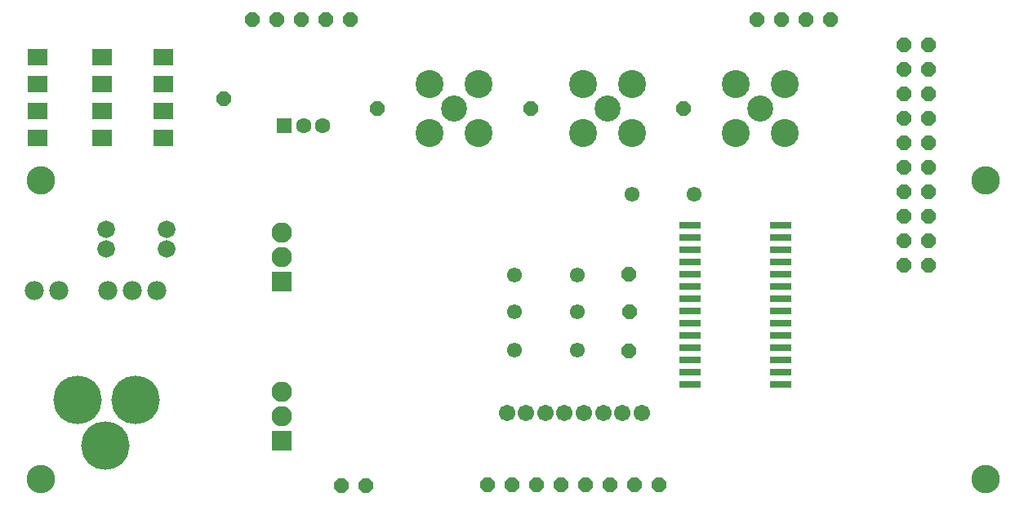
<source format=gbr>
G04 DipTrace 3.1.0.1*
G04 TopMask.gbr*
%MOIN*%
G04 #@! TF.FileFunction,Soldermask,Top*
G04 #@! TF.Part,Single*
%AMOUTLINE0*5,1,8,0,0,0.064944,-67.499833*%
%AMOUTLINE2*5,1,4,0,0,0.089262,-135.0*%
%ADD35C,0.116*%
%ADD48C,0.072*%
%ADD50C,0.082803*%
%ADD52R,0.082803X0.082803*%
%ADD54C,0.067055*%
%ADD56C,0.198*%
%ADD58R,0.078866X0.070992*%
%ADD62C,0.06115*%
%ADD64C,0.078*%
%ADD66C,0.063118*%
%ADD68C,0.106425*%
%ADD70C,0.114299*%
%ADD72R,0.08674X0.031622*%
%ADD81OUTLINE0*%
%ADD83OUTLINE2*%
%FSLAX26Y26*%
G04*
G70*
G90*
G75*
G01*
G04 TopMask*
%LPD*%
D81*
X4194000Y2297937D3*
X4094000D3*
X4194000Y2197937D3*
X4094000D3*
X4194000Y2097937D3*
X4094000D3*
X4194000Y1997937D3*
X4094000D3*
X4194000Y1897937D3*
X4094000D3*
X4194000Y1797937D3*
X4094000D3*
X4194000Y1697937D3*
X4094000D3*
X4194000Y1597937D3*
X4094000D3*
X4194000Y1497937D3*
X4094000D3*
X4194000Y1397937D3*
X4094000D3*
X1316688Y2075251D3*
X1433764Y2398724D3*
X1533764D3*
X1633764D3*
X1733764D3*
X1833764D3*
X3493213D3*
X3593213D3*
X3693213D3*
X3793213D3*
X2393213Y498724D3*
X2493213D3*
X2593213D3*
X2693213D3*
X2793213D3*
X2893213D3*
X2993213D3*
X3093213D3*
D72*
X3219000Y1560437D3*
Y1510437D3*
Y1460437D3*
Y1410437D3*
Y1360437D3*
Y1310437D3*
Y1260437D3*
Y1210437D3*
Y1160437D3*
Y1110437D3*
Y1060437D3*
Y1010437D3*
Y960437D3*
Y910437D3*
X3589079D3*
Y960437D3*
Y1010437D3*
Y1060437D3*
Y1110437D3*
Y1160437D3*
Y1210437D3*
Y1260437D3*
Y1310437D3*
Y1360437D3*
Y1410437D3*
Y1460437D3*
Y1510437D3*
Y1560437D3*
D70*
X3406500Y1935437D3*
X3606500D3*
Y2135437D3*
X3406500D3*
D68*
X3506500Y2035437D3*
D70*
X2781500Y1935437D3*
X2981500D3*
Y2135437D3*
X2781500D3*
D68*
X2881500Y2035437D3*
D70*
X2156500Y1935437D3*
X2356500D3*
Y2135437D3*
X2156500D3*
D68*
X2256500Y2035437D3*
D83*
X1562749Y1966686D3*
D66*
X1641490D3*
X1720230D3*
D64*
X541688Y1294000D3*
D81*
X2569000Y2035437D3*
X1944000D3*
D62*
X2981500Y1685437D3*
X3237406D3*
D81*
X3194000Y2035437D3*
X2969000Y1360437D3*
X2972937Y1206500D3*
X2969000Y1047937D3*
D58*
X556500Y2135437D3*
Y2245673D3*
X819000Y2135437D3*
Y2245673D3*
X1069000Y2135437D3*
Y2245673D3*
X556500Y1916689D3*
Y2026925D3*
X819000Y1916689D3*
Y2026925D3*
X1069000Y1916689D3*
Y2026925D3*
D35*
X569000Y522937D3*
Y1743407D3*
D56*
X831500Y660437D3*
X956500Y847937D3*
X719000D3*
D81*
X1796937Y495000D3*
X1896937D3*
D35*
X4427270Y522937D3*
X4427000Y1743407D3*
D54*
X2471769Y794000D3*
X2550509D3*
X2629249D3*
X2707990D3*
X2786730D3*
X2865470D3*
X2944210D3*
X3022950D3*
D64*
X641688Y1294000D3*
X841688D3*
X941688D3*
X1041686D3*
D62*
X2504186Y1356500D3*
X2760092D3*
X2504186Y1206500D3*
X2760092D3*
X2504186Y1050249D3*
X2760092D3*
D52*
X1554188Y681500D3*
D50*
Y781500D3*
Y881500D3*
D52*
Y1331500D3*
D50*
Y1431500D3*
Y1531500D3*
D48*
X1081697Y1462751D3*
Y1541751D3*
X837946Y1462751D3*
Y1541751D3*
M02*

</source>
